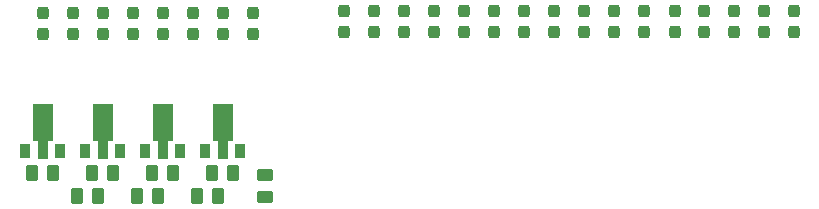
<source format=gbr>
%TF.GenerationSoftware,KiCad,Pcbnew,(7.0.0)*%
%TF.CreationDate,2023-09-21T15:04:23+02:00*%
%TF.ProjectId,hall_sensor_matrix_v2,68616c6c-5f73-4656-9e73-6f725f6d6174,rev?*%
%TF.SameCoordinates,Original*%
%TF.FileFunction,Paste,Top*%
%TF.FilePolarity,Positive*%
%FSLAX46Y46*%
G04 Gerber Fmt 4.6, Leading zero omitted, Abs format (unit mm)*
G04 Created by KiCad (PCBNEW (7.0.0)) date 2023-09-21 15:04:23*
%MOMM*%
%LPD*%
G01*
G04 APERTURE LIST*
G04 Aperture macros list*
%AMRoundRect*
0 Rectangle with rounded corners*
0 $1 Rounding radius*
0 $2 $3 $4 $5 $6 $7 $8 $9 X,Y pos of 4 corners*
0 Add a 4 corners polygon primitive as box body*
4,1,4,$2,$3,$4,$5,$6,$7,$8,$9,$2,$3,0*
0 Add four circle primitives for the rounded corners*
1,1,$1+$1,$2,$3*
1,1,$1+$1,$4,$5*
1,1,$1+$1,$6,$7*
1,1,$1+$1,$8,$9*
0 Add four rect primitives between the rounded corners*
20,1,$1+$1,$2,$3,$4,$5,0*
20,1,$1+$1,$4,$5,$6,$7,0*
20,1,$1+$1,$6,$7,$8,$9,0*
20,1,$1+$1,$8,$9,$2,$3,0*%
%AMFreePoly0*
4,1,9,3.862500,-0.866500,0.737500,-0.866500,0.737500,-0.450000,-0.737500,-0.450000,-0.737500,0.450000,0.737500,0.450000,0.737500,0.866500,3.862500,0.866500,3.862500,-0.866500,3.862500,-0.866500,$1*%
G04 Aperture macros list end*
%ADD10RoundRect,0.237500X-0.237500X0.287500X-0.237500X-0.287500X0.237500X-0.287500X0.237500X0.287500X0*%
%ADD11RoundRect,0.237500X0.237500X-0.287500X0.237500X0.287500X-0.237500X0.287500X-0.237500X-0.287500X0*%
%ADD12RoundRect,0.250000X0.262500X0.450000X-0.262500X0.450000X-0.262500X-0.450000X0.262500X-0.450000X0*%
%ADD13R,0.900000X1.300000*%
%ADD14FreePoly0,90.000000*%
%ADD15RoundRect,0.250000X0.450000X-0.262500X0.450000X0.262500X-0.450000X0.262500X-0.450000X-0.262500X0*%
G04 APERTURE END LIST*
D10*
%TO.C,D4*%
X91088000Y-87784500D03*
X91088000Y-89534500D03*
%TD*%
D11*
%TO.C,D19*%
X119155000Y-89365000D03*
X119155000Y-87615000D03*
%TD*%
D10*
%TO.C,D2*%
X96168000Y-87784500D03*
X96168000Y-89534500D03*
%TD*%
%TO.C,D8*%
X80928000Y-87784500D03*
X80928000Y-89534500D03*
%TD*%
%TO.C,D7*%
X83468000Y-87784500D03*
X83468000Y-89534500D03*
%TD*%
D11*
%TO.C,D15*%
X129315000Y-89365000D03*
X129315000Y-87615000D03*
%TD*%
D12*
%TO.C,R10*%
X88905500Y-103264500D03*
X90730500Y-103264500D03*
%TD*%
D11*
%TO.C,D23*%
X108995000Y-89365000D03*
X108995000Y-87615000D03*
%TD*%
%TO.C,D22*%
X111535000Y-89365000D03*
X111535000Y-87615000D03*
%TD*%
%TO.C,D20*%
X116615000Y-89365000D03*
X116615000Y-87615000D03*
%TD*%
%TO.C,D14*%
X131855000Y-89365000D03*
X131855000Y-87615000D03*
%TD*%
D13*
%TO.C,Q6*%
X84507999Y-99499499D03*
D14*
X86008000Y-99412000D03*
D13*
X87507999Y-99499499D03*
%TD*%
%TO.C,Q8*%
X79427999Y-99499499D03*
D14*
X80928000Y-99412000D03*
D13*
X82427999Y-99499499D03*
%TD*%
D11*
%TO.C,D11*%
X139475000Y-89365000D03*
X139475000Y-87615000D03*
%TD*%
D12*
%TO.C,R4*%
X97080500Y-101359500D03*
X95255500Y-101359500D03*
%TD*%
D11*
%TO.C,D21*%
X114075000Y-89365000D03*
X114075000Y-87615000D03*
%TD*%
D15*
%TO.C,R2*%
X99724000Y-103372500D03*
X99724000Y-101547500D03*
%TD*%
D10*
%TO.C,D1*%
X98708000Y-87784500D03*
X98708000Y-89534500D03*
%TD*%
D12*
%TO.C,R6*%
X93985500Y-103264500D03*
X95810500Y-103264500D03*
%TD*%
D10*
%TO.C,D6*%
X86008000Y-87784500D03*
X86008000Y-89534500D03*
%TD*%
D13*
%TO.C,Q2*%
X97667999Y-99499499D03*
D14*
X96168000Y-99412000D03*
D13*
X94667999Y-99499499D03*
%TD*%
D12*
%TO.C,R8*%
X92000500Y-101359500D03*
X90175500Y-101359500D03*
%TD*%
D11*
%TO.C,D16*%
X126775000Y-89365000D03*
X126775000Y-87615000D03*
%TD*%
%TO.C,D18*%
X121695000Y-89365000D03*
X121695000Y-87615000D03*
%TD*%
%TO.C,D24*%
X106420000Y-89365000D03*
X106420000Y-87615000D03*
%TD*%
D10*
%TO.C,D3*%
X93628000Y-87784500D03*
X93628000Y-89534500D03*
%TD*%
D11*
%TO.C,D13*%
X134445000Y-89365000D03*
X134445000Y-87615000D03*
%TD*%
D12*
%TO.C,R12*%
X86920500Y-101359500D03*
X85095500Y-101359500D03*
%TD*%
D10*
%TO.C,D5*%
X88548000Y-87784500D03*
X88548000Y-89534500D03*
%TD*%
D11*
%TO.C,D9*%
X144555000Y-89365000D03*
X144555000Y-87615000D03*
%TD*%
D12*
%TO.C,R16*%
X81840500Y-101359500D03*
X80015500Y-101359500D03*
%TD*%
D11*
%TO.C,D10*%
X142015000Y-89365000D03*
X142015000Y-87615000D03*
%TD*%
%TO.C,D17*%
X124235000Y-89365000D03*
X124235000Y-87615000D03*
%TD*%
%TO.C,D12*%
X136935000Y-89365000D03*
X136935000Y-87615000D03*
%TD*%
D13*
%TO.C,Q4*%
X89587999Y-99499499D03*
D14*
X91088000Y-99412000D03*
D13*
X92587999Y-99499499D03*
%TD*%
D12*
%TO.C,R14*%
X83825500Y-103264500D03*
X85650500Y-103264500D03*
%TD*%
M02*

</source>
